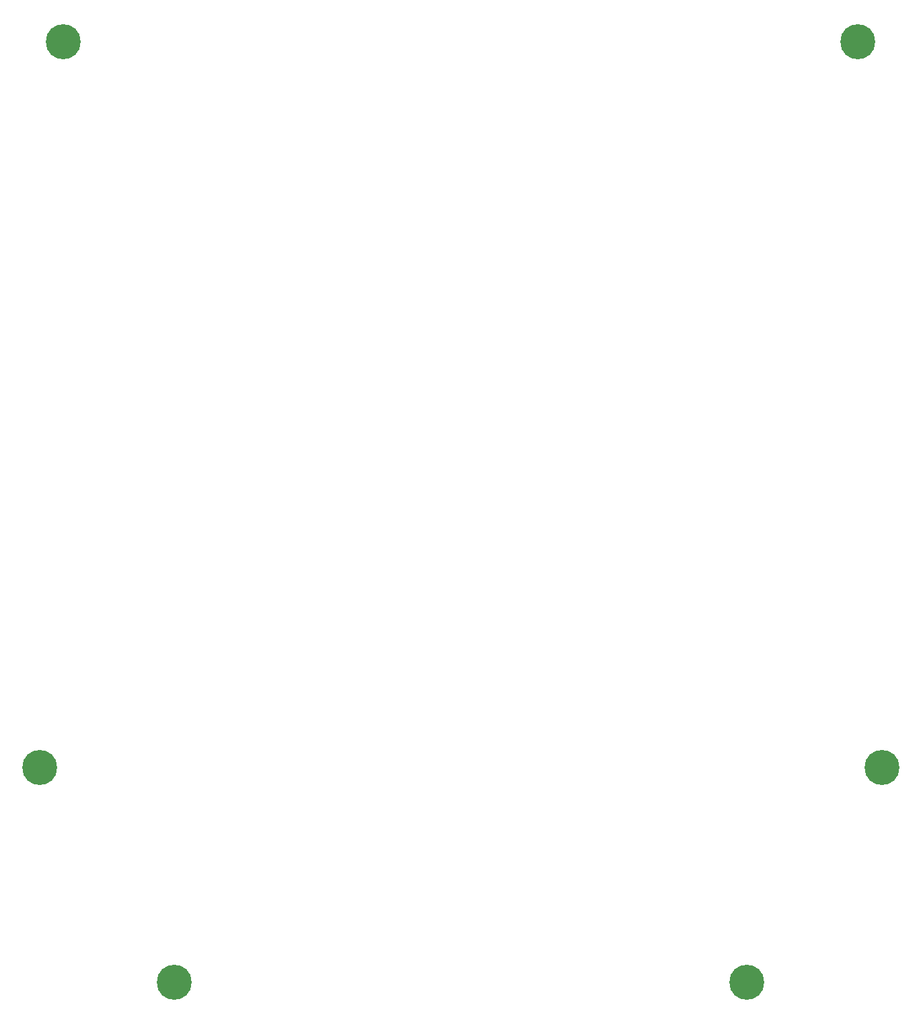
<source format=gbr>
%TF.GenerationSoftware,KiCad,Pcbnew,8.0.1*%
%TF.CreationDate,2024-04-02T00:15:24+02:00*%
%TF.ProjectId,frontpanel,66726f6e-7470-4616-9e65-6c2e6b696361,rev?*%
%TF.SameCoordinates,Original*%
%TF.FileFunction,Soldermask,Bot*%
%TF.FilePolarity,Negative*%
%FSLAX46Y46*%
G04 Gerber Fmt 4.6, Leading zero omitted, Abs format (unit mm)*
G04 Created by KiCad (PCBNEW 8.0.1) date 2024-04-02 00:15:24*
%MOMM*%
%LPD*%
G01*
G04 APERTURE LIST*
%ADD10C,0.700000*%
%ADD11C,4.400000*%
G04 APERTURE END LIST*
D10*
%TO.C,H1*%
X-51650000Y88250000D03*
X-51166726Y89416726D03*
X-51166726Y87083274D03*
X-50000000Y89900000D03*
D11*
X-50000000Y88250000D03*
D10*
X-50000000Y86600000D03*
X-48833274Y89416726D03*
X-48833274Y87083274D03*
X-48350000Y88250000D03*
%TD*%
%TO.C,H2*%
X50000000Y86600000D03*
X48833274Y87083274D03*
X51166726Y87083274D03*
X48350000Y88250000D03*
D11*
X50000000Y88250000D03*
D10*
X51650000Y88250000D03*
X48833274Y89416726D03*
X51166726Y89416726D03*
X50000000Y89900000D03*
%TD*%
%TO.C,H5*%
X-54650000Y-3000000D03*
X-54166726Y-1833274D03*
X-54166726Y-4166726D03*
X-53000000Y-1350000D03*
D11*
X-53000000Y-3000000D03*
D10*
X-53000000Y-4650000D03*
X-51833274Y-1833274D03*
X-51833274Y-4166726D03*
X-51350000Y-3000000D03*
%TD*%
%TO.C,H4*%
X34350000Y-30000000D03*
X34833274Y-28833274D03*
X34833274Y-31166726D03*
X36000000Y-28350000D03*
D11*
X36000000Y-30000000D03*
D10*
X36000000Y-31650000D03*
X37166726Y-28833274D03*
X37166726Y-31166726D03*
X37650000Y-30000000D03*
%TD*%
%TO.C,H6*%
X51350000Y-3000000D03*
X51833274Y-1833274D03*
X51833274Y-4166726D03*
X53000000Y-1350000D03*
D11*
X53000000Y-3000000D03*
D10*
X53000000Y-4650000D03*
X54166726Y-1833274D03*
X54166726Y-4166726D03*
X54650000Y-3000000D03*
%TD*%
%TO.C,H3*%
X-37650000Y-30000000D03*
X-37166726Y-28833274D03*
X-37166726Y-31166726D03*
X-36000000Y-28350000D03*
D11*
X-36000000Y-30000000D03*
D10*
X-36000000Y-31650000D03*
X-34833274Y-28833274D03*
X-34833274Y-31166726D03*
X-34350000Y-30000000D03*
%TD*%
M02*

</source>
